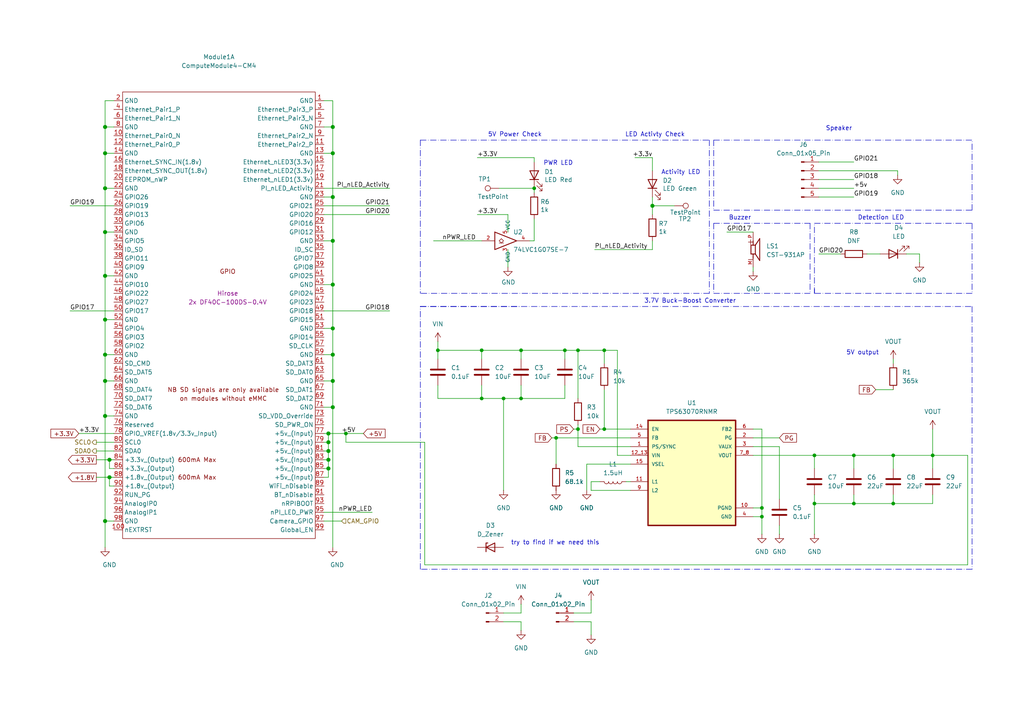
<source format=kicad_sch>
(kicad_sch (version 20231120) (generator "eeschema") (generator_version "8.0")
  (paper "A4")
  (title_block (title "Raspberry Pi Compute Module 4 AeroGuard") (date "2020-10-31") (rev "v01") (comment 4 "Author: Narain Vazquez"))
  (lib_symbols
    (symbol "CM4IO:74LVC1G07_copy"
      (property "Reference" "U" (at -2.54 3.81 0))
      (property "Value" "74LVC1G07_copy" (at 0 -3.81 0))
      (symbol "74LVC1G07_copy_1_1"
        (pin input line (at -7.62 0 0) (length 3.81) (name "~") (number "2"))
        (pin power_in line (at 0 -2.54 270) (length 0) (name "GND") (number "3"))
        (pin open_collector line (at 6.35 0 180) (length 3.81) (name "~") (number "4"))
        (pin power_in line (at 0 2.54 90) (length 0) (name "VCC") (number "5"))
      )
    )
    (symbol "CM4IO:ComputeModule4-CM4"
      (property "Reference" "Module" (at 113.03 -68.58 0))
      (property "Value" "ComputeModule4-CM4" (at 140.97 2.54 0))
      (property "Manufacturer" "Hirose" (at 0 0 0))
      (property "MPN" "2x DF40C-100DS-0.4V" (at 0 -2.54 0))
      (property "MPN (Alt)" "2x DF40HC(3.0)-100DS-0.4V" (at 0 0 0))
      (symbol "ComputeModule4-CM4_1_0"
        (text "GPIO" (at 0 6.35 0) (effects (font (size 1.27 1.27))))
      )
      (symbol "ComputeModule4-CM4_1_1"
        (text "600mA Max" (at -8.89 -53.34 0) (effects (font (size 1.27 1.27))))
        (text "600mA Max" (at -8.89 -48.26 0) (effects (font (size 1.27 1.27))))
        (text "NB SD signals are only available" (at -1.27 -27.94 0) (effects (font (size 1.27 1.27))))
        (text "on modules without eMMC" (at -1.27 -30.48 0) (effects (font (size 1.27 1.27))))
        (pin power_in line (at 27.94 55.88 180) (length 2.54) (name "GND") (number "1"))
        (pin passive line (at -33.02 45.72 0) (length 2.54) (name "Ethernet_Pair0_N") (number "10"))
        (pin output line (at -33.02 -68.58 0) (length 2.54) (name "nEXTRST") (number "100"))
        (pin passive line (at 27.94 43.18 180) (length 2.54) (name "Ethernet_Pair2_P") (number "11"))
        (pin passive line (at -33.02 43.18 0) (length 2.54) (name "Ethernet_Pair0_P") (number "12"))
        (pin power_in line (at 27.94 40.64 180) (length 2.54) (name "GND") (number "13"))
        (pin power_in line (at -33.02 40.64 0) (length 2.54) (name "GND") (number "14"))
        (pin output line (at 27.94 38.1 180) (length 2.54) (name "Ethernet_nLED3(3.3v)") (number "15"))
        (pin input line (at -33.02 38.1 0) (length 2.54) (name "Ethernet_SYNC_IN(1.8v)") (number "16"))
        (pin output line (at 27.94 35.56 180) (length 2.54) (name "Ethernet_nLED2(3.3v)") (number "17"))
        (pin input line (at -33.02 35.56 0) (length 2.54) (name "Ethernet_SYNC_OUT(1.8v)") (number "18"))
        (pin output line (at 27.94 33.02 180) (length 2.54) (name "Ethernet_nLED1(3.3v)") (number "19"))
        (pin power_in line (at -33.02 55.88 0) (length 2.54) (name "GND") (number "2"))
        (pin passive line (at -33.02 33.02 0) (length 2.54) (name "EEPROM_nWP") (number "20"))
        (pin open_collector line (at 27.94 30.48 180) (length 2.54) (name "PI_nLED_Activity") (number "21"))
        (pin power_in line (at -33.02 30.48 0) (length 2.54) (name "GND") (number "22"))
        (pin power_in line (at 27.94 27.94 180) (length 2.54) (name "GND") (number "23"))
        (pin passive line (at -33.02 27.94 0) (length 2.54) (name "GPIO26") (number "24"))
        (pin passive line (at 27.94 25.4 180) (length 2.54) (name "GPIO21") (number "25"))
        (pin passive line (at -33.02 25.4 0) (length 2.54) (name "GPIO19") (number "26"))
        (pin passive line (at 27.94 22.86 180) (length 2.54) (name "GPIO20") (number "27"))
        (pin passive line (at -33.02 22.86 0) (length 2.54) (name "GPIO13") (number "28"))
        (pin passive line (at 27.94 20.32 180) (length 2.54) (name "GPIO16") (number "29"))
        (pin passive line (at 27.94 53.34 180) (length 2.54) (name "Ethernet_Pair3_P") (number "3"))
        (pin passive line (at -33.02 20.32 0) (length 2.54) (name "GPIO6") (number "30"))
        (pin passive line (at 27.94 17.78 180) (length 2.54) (name "GPIO12") (number "31"))
        (pin power_in line (at -33.02 17.78 0) (length 2.54) (name "GND") (number "32"))
        (pin power_in line (at 27.94 15.24 180) (length 2.54) (name "GND") (number "33"))
        (pin passive line (at -33.02 15.24 0) (length 2.54) (name "GPIO5") (number "34"))
        (pin passive line (at 27.94 12.7 180) (length 2.54) (name "ID_SC") (number "35"))
        (pin passive line (at -33.02 12.7 0) (length 2.54) (name "ID_SD") (number "36"))
        (pin passive line (at 27.94 10.16 180) (length 2.54) (name "GPIO7") (number "37"))
        (pin passive line (at -33.02 10.16 0) (length 2.54) (name "GPIO11") (number "38"))
        (pin passive line (at 27.94 7.62 180) (length 2.54) (name "GPIO8") (number "39"))
        (pin passive line (at -33.02 53.34 0) (length 2.54) (name "Ethernet_Pair1_P") (number "4"))
        (pin passive line (at -33.02 7.62 0) (length 2.54) (name "GPIO9") (number "40"))
        (pin passive line (at 27.94 5.08 180) (length 2.54) (name "GPIO25") (number "41"))
        (pin power_in line (at -33.02 5.08 0) (length 2.54) (name "GND") (number "42"))
        (pin power_in line (at 27.94 2.54 180) (length 2.54) (name "GND") (number "43"))
        (pin passive line (at -33.02 2.54 0) (length 2.54) (name "GPIO10") (number "44"))
        (pin passive line (at 27.94 0 180) (length 2.54) (name "GPIO24") (number "45"))
        (pin passive line (at -33.02 0 0) (length 2.54) (name "GPIO22") (number "46"))
        (pin passive line (at 27.94 -2.54 180) (length 2.54) (name "GPIO23") (number "47"))
        (pin passive line (at -33.02 -2.54 0) (length 2.54) (name "GPIO27") (number "48"))
        (pin passive line (at 27.94 -5.08 180) (length 2.54) (name "GPIO18") (number "49"))
        (pin passive line (at 27.94 50.8 180) (length 2.54) (name "Ethernet_Pair3_N") (number "5"))
        (pin passive line (at -33.02 -5.08 0) (length 2.54) (name "GPIO17") (number "50"))
        (pin passive line (at 27.94 -7.62 180) (length 2.54) (name "GPIO15") (number "51"))
        (pin power_in line (at -33.02 -7.62 0) (length 2.54) (name "GND") (number "52"))
        (pin power_in line (at 27.94 -10.16 180) (length 2.54) (name "GND") (number "53"))
        (pin passive line (at -33.02 -10.16 0) (length 2.54) (name "GPIO4") (number "54"))
        (pin passive line (at 27.94 -12.7 180) (length 2.54) (name "GPIO14") (number "55"))
        (pin passive line (at -33.02 -12.7 0) (length 2.54) (name "GPIO3") (number "56"))
        (pin passive line (at 27.94 -15.24 180) (length 2.54) (name "SD_CLK") (number "57"))
        (pin passive line (at -33.02 -15.24 0) (length 2.54) (name "GPIO2") (number "58"))
        (pin power_in line (at 27.94 -17.78 180) (length 2.54) (name "GND") (number "59"))
        (pin passive line (at -33.02 50.8 0) (length 2.54) (name "Ethernet_Pair1_N") (number "6"))
        (pin power_in line (at -33.02 -17.78 0) (length 2.54) (name "GND") (number "60"))
        (pin passive line (at 27.94 -20.32 180) (length 2.54) (name "SD_DAT3") (number "61"))
        (pin passive line (at -33.02 -20.32 0) (length 2.54) (name "SD_CMD") (number "62"))
        (pin passive line (at 27.94 -22.86 180) (length 2.54) (name "SD_DAT0") (number "63"))
        (pin passive line (at -33.02 -22.86 0) (length 2.54) (name "SD_DAT5") (number "64"))
        (pin power_in line (at 27.94 -25.4 180) (length 2.54) (name "GND") (number "65"))
        (pin power_in line (at -33.02 -25.4 0) (length 2.54) (name "GND") (number "66"))
        (pin passive line (at 27.94 -27.94 180) (length 2.54) (name "SD_DAT1") (number "67"))
        (pin passive line (at -33.02 -27.94 0) (length 2.54) (name "SD_DAT4") (number "68"))
        (pin passive line (at 27.94 -30.48 180) (length 2.54) (name "SD_DAT2") (number "69"))
        (pin power_in line (at 27.94 48.26 180) (length 2.54) (name "GND") (number "7"))
        (pin passive line (at -33.02 -30.48 0) (length 2.54) (name "SD_DAT7") (number "70"))
        (pin power_in line (at 27.94 -33.02 180) (length 2.54) (name "GND") (number "71"))
        (pin passive line (at -33.02 -33.02 0) (length 2.54) (name "SD_DAT6") (number "72"))
        (pin input line (at 27.94 -35.56 180) (length 2.54) (name "SD_VDD_Override") (number "73"))
        (pin power_in line (at -33.02 -35.56 0) (length 2.54) (name "GND") (number "74"))
        (pin output line (at 27.94 -38.1 180) (length 2.54) (name "SD_PWR_ON") (number "75"))
        (pin passive line (at -33.02 -38.1 0) (length 2.54) (name "Reserved") (number "76"))
        (pin power_in line (at 27.94 -40.64 180) (length 2.54) (name "+5v_(Input)") (number "77"))
        (pin power_in line (at -33.02 -40.64 0) (length 2.54) (name "GPIO_VREF(1.8v/3.3v_Input)") (number "78"))
        (pin power_in line (at 27.94 -43.18 180) (length 2.54) (name "+5v_(Input)") (number "79"))
        (pin power_in line (at -33.02 48.26 0) (length 2.54) (name "GND") (number "8"))
        (pin passive line (at -33.02 -43.18 0) (length 2.54) (name "SCL0") (number "80"))
        (pin power_in line (at 27.94 -45.72 180) (length 2.54) (name "+5v_(Input)") (number "81"))
        (pin passive line (at -33.02 -45.72 0) (length 2.54) (name "SDA0") (number "82"))
        (pin power_in line (at 27.94 -48.26 180) (length 2.54) (name "+5v_(Input)") (number "83"))
        (pin power_out line (at -33.02 -48.26 0) (length 2.54) (name "+3.3v_(Output)") (number "84"))
        (pin power_in line (at 27.94 -50.8 180) (length 2.54) (name "+5v_(Input)") (number "85"))
        (pin power_out line (at -33.02 -50.8 0) (length 2.54) (name "+3.3v_(Output)") (number "86"))
        (pin power_in line (at 27.94 -53.34 180) (length 2.54) (name "+5v_(Input)") (number "87"))
        (pin power_out line (at -33.02 -53.34 0) (length 2.54) (name "+1.8v_(Output)") (number "88"))
        (pin power_in line (at 27.94 -55.88 180) (length 2.54) (name "WiFi_nDisable") (number "89"))
        (pin passive line (at 27.94 45.72 180) (length 2.54) (name "Ethernet_Pair2_N") (number "9"))
        (pin power_out line (at -33.02 -55.88 0) (length 2.54) (name "+1.8v_(Output)") (number "90"))
        (pin power_in line (at 27.94 -58.42 180) (length 2.54) (name "BT_nDisable") (number "91"))
        (pin passive line (at -33.02 -58.42 0) (length 2.54) (name "RUN_PG") (number "92"))
        (pin input line (at 27.94 -60.96 180) (length 2.54) (name "nRPIBOOT") (number "93"))
        (pin passive line (at -33.02 -60.96 0) (length 2.54) (name "AnalogIP0") (number "94"))
        (pin output line (at 27.94 -63.5 180) (length 2.54) (name "nPI_LED_PWR") (number "95"))
        (pin passive line (at -33.02 -63.5 0) (length 2.54) (name "AnalogIP1") (number "96"))
        (pin passive line (at 27.94 -66.04 180) (length 2.54) (name "Camera_GPIO") (number "97"))
        (pin power_in line (at -33.02 -66.04 0) (length 2.54) (name "GND") (number "98"))
        (pin input line (at 27.94 -68.58 180) (length 2.54) (name "Global_EN") (number "99"))
      )
      (symbol "ComputeModule4-CM4_2_1"
        (text "High Speed Serial" (at 140.97 0 0) (effects (font (size 1.27 1.27))))
        (pin input line (at 170.18 60.96 180) (length 5.08) (name "USB_OTG_ID") (number "101"))
        (pin input line (at 109.22 60.96 0) (length 5.08) (name "PCIe_CLK_nREQ") (number "102"))
        (pin passive line (at 170.18 58.42 180) (length 5.08) (name "USB2_N") (number "103"))
        (pin passive line (at 109.22 58.42 0) (length 5.08) (name "Reserved") (number "104"))
        (pin passive line (at 170.18 55.88 180) (length 5.08) (name "USB2_P") (number "105"))
        (pin passive line (at 109.22 55.88 0) (length 5.08) (name "Reserved") (number "106"))
        (pin power_in line (at 170.18 53.34 180) (length 5.08) (name "GND") (number "107"))
        (pin power_in line (at 109.22 53.34 0) (length 5.08) (name "GND") (number "108"))
        (pin bidirectional line (at 170.18 50.8 180) (length 5.08) (name "PCIe_nRST") (number "109"))
        (pin output line (at 109.22 50.8 0) (length 5.08) (name "PCIe_CLK_P") (number "110"))
        (pin passive line (at 170.18 48.26 180) (length 5.08) (name "VDAC_COMP") (number "111"))
        (pin output line (at 109.22 48.26 0) (length 5.08) (name "PCIe_CLK_N") (number "112"))
        (pin power_in line (at 170.18 45.72 180) (length 5.08) (name "GND") (number "113"))
        (pin power_in line (at 109.22 45.72 0) (length 5.08) (name "GND") (number "114"))
        (pin input line (at 170.18 43.18 180) (length 5.08) (name "CAM1_D0_N") (number "115"))
        (pin input line (at 109.22 43.18 0) (length 5.08) (name "PCIe_RX_P") (number "116"))
        (pin input line (at 170.18 40.64 180) (length 5.08) (name "CAM1_D0_P") (number "117"))
        (pin input line (at 109.22 40.64 0) (length 5.08) (name "PCIe_RX_N") (number "118"))
        (pin power_in line (at 170.18 38.1 180) (length 5.08) (name "GND") (number "119"))
        (pin power_in line (at 109.22 38.1 0) (length 5.08) (name "GND") (number "120"))
        (pin input line (at 170.18 35.56 180) (length 5.08) (name "CAM1_D1_N") (number "121"))
        (pin output line (at 109.22 35.56 0) (length 5.08) (name "PCIe_TX_P") (number "122"))
        (pin input line (at 170.18 33.02 180) (length 5.08) (name "CAM1_D1_P") (number "123"))
        (pin output line (at 109.22 33.02 0) (length 5.08) (name "PCIe_TX_N") (number "124"))
        (pin power_in line (at 170.18 30.48 180) (length 5.08) (name "GND") (number "125"))
        (pin power_in line (at 109.22 30.48 0) (length 5.08) (name "GND") (number "126"))
        (pin input line (at 170.18 27.94 180) (length 5.08) (name "CAM1_C_N") (number "127"))
        (pin input line (at 109.22 27.94 0) (length 5.08) (name "CAM0_D0_N") (number "128"))
        (pin input line (at 170.18 25.4 180) (length 5.08) (name "CAM1_C_P") (number "129"))
        (pin input line (at 109.22 25.4 0) (length 5.08) (name "CAM0_D0_P") (number "130"))
        (pin power_in line (at 170.18 22.86 180) (length 5.08) (name "GND") (number "131"))
        (pin power_in line (at 109.22 22.86 0) (length 5.08) (name "GND") (number "132"))
        (pin input line (at 170.18 20.32 180) (length 5.08) (name "CAM1_D2_N") (number "133"))
        (pin input line (at 109.22 20.32 0) (length 5.08) (name "CAM0_D1_N") (number "134"))
        (pin input line (at 170.18 17.78 180) (length 5.08) (name "CAM1_D2_P") (number "135"))
        (pin input line (at 109.22 17.78 0) (length 5.08) (name "CAM0_D1_P") (number "136"))
        (pin power_in line (at 170.18 15.24 180) (length 5.08) (name "GND") (number "137"))
        (pin power_in line (at 109.22 15.24 0) (length 5.08) (name "GND") (number "138"))
        (pin input line (at 170.18 12.7 180) (length 5.08) (name "CAM1_D3_N") (number "139"))
        (pin input line (at 109.22 12.7 0) (length 5.08) (name "CAM0_C_N") (number "140"))
        (pin input line (at 170.18 10.16 180) (length 5.08) (name "CAM1_D3_P") (number "141"))
        (pin input line (at 109.22 10.16 0) (length 5.08) (name "CAM0_C_P") (number "142"))
        (pin input line (at 170.18 7.62 180) (length 5.08) (name "HDMI1_HOTPLUG") (number "143"))
        (pin power_in line (at 109.22 7.62 0) (length 5.08) (name "GND") (number "144"))
        (pin bidirectional line (at 170.18 5.08 180) (length 5.08) (name "HDMI1_SDA") (number "145"))
        (pin output line (at 109.22 5.08 0) (length 5.08) (name "HDMI1_TX2_P") (number "146"))
        (pin open_collector line (at 170.18 2.54 180) (length 5.08) (name "HDMI1_SCL") (number "147"))
        (pin output line (at 109.22 2.54 0) (length 5.08) (name "HDMI1_TX2_N") (number "148"))
        (pin open_collector line (at 170.18 0 180) (length 5.08) (name "HDMI1_CEC") (number "149"))
        (pin power_in line (at 109.22 0 0) (length 5.08) (name "GND") (number "150"))
        (pin open_collector line (at 170.18 -2.54 180) (length 5.08) (name "HDMI0_CEC") (number "151"))
        (pin output line (at 109.22 -2.54 0) (length 5.08) (name "HDMI1_TX1_P") (number "152"))
        (pin input line (at 170.18 -5.08 180) (length 5.08) (name "HDMI0_HOTPLUG") (number "153"))
        (pin output line (at 109.22 -5.08 0) (length 5.08) (name "HDMI1_TX1_N") (number "154"))
        (pin power_in line (at 170.18 -7.62 180) (length 5.08) (name "GND") (number "155"))
        (pin power_in line (at 109.22 -7.62 0) (length 5.08) (name "GND") (number "156"))
        (pin output line (at 170.18 -10.16 180) (length 5.08) (name "DSI0_D0_N") (number "157"))
        (pin output line (at 109.22 -10.16 0) (length 5.08) (name "HDMI1_TX0_P") (number "158"))
        (pin output line (at 170.18 -12.7 180) (length 5.08) (name "DSI0_D0_P") (number "159"))
        (pin output line (at 109.22 -12.7 0) (length 5.08) (name "HDMI1_TX0_N") (number "160"))
        (pin power_in line (at 170.18 -15.24 180) (length 5.08) (name "GND") (number "161"))
        (pin power_in line (at 109.22 -15.24 0) (length 5.08) (name "GND") (number "162"))
        (pin output line (at 170.18 -17.78 180) (length 5.08) (name "DSI0_D1_N") (number "163"))
        (pin output line (at 109.22 -17.78 0) (length 5.08) (name "HDMI1_CLK_P") (number "164"))
        (pin output line (at 170.18 -20.32 180) (length 5.08) (name "DSI0_D1_P") (number "165"))
        (pin output line (at 109.22 -20.32 0) (length 5.08) (name "HDMI1_CLK_N") (number "166"))
        (pin power_in line (at 170.18 -22.86 180) (length 5.08) (name "GND") (number "167"))
        (pin power_in line (at 109.22 -22.86 0) (length 5.08) (name "GND") (number "168"))
        (pin output line (at 170.18 -25.4 180) (length 5.08) (name "DSI0_C_N") (number "169"))
        (pin output line (at 109.22 -25.4 0) (length 5.08) (name "HDMI0_TX2_P") (number "170"))
        (pin output line (at 170.18 -27.94 180) (length 5.08) (name "DSI0_C_P") (number "171"))
        (pin output line (at 109.22 -27.94 0) (length 5.08) (name "HDMI0_TX2_N") (number "172"))
        (pin power_in line (at 170.18 -30.48 180) (length 5.08) (name "GND") (number "173"))
        (pin power_in line (at 109.22 -30.48 0) (length 5.08) (name "GND") (number "174"))
        (pin output line (at 170.18 -33.02 180) (length 5.08) (name "DSI1_D0_N") (number "175"))
        (pin output line (at 109.22 -33.02 0) (length 5.08) (name "HDMI0_TX1_P") (number "176"))
        (pin output line (at 170.18 -35.56 180) (length 5.08) (name "DSI1_D0_P") (number "177"))
        (pin output line (at 109.22 -35.56 0) (length 5.08) (name "HDMI0_TX1_N") (number "178"))
        (pin power_in line (at 170.18 -38.1 180) (length 5.08) (name "GND") (number "179"))
        (pin power_in line (at 109.22 -38.1 0) (length 5.08) (name "GND") (number "180"))
        (pin output line (at 170.18 -40.64 180) (length 5.08) (name "DSI1_D1_N") (number "181"))
        (pin output line (at 109.22 -40.64 0) (length 5.08) (name "HDMI0_TX0_P") (number "182"))
        (pin output line (at 170.18 -43.18 180) (length 5.08) (name "DSI1_D1_P") (number "183"))
        (pin output line (at 109.22 -43.18 0) (length 5.08) (name "HDMI0_TX0_N") (number "184"))
        (pin power_in line (at 170.18 -45.72 180) (length 5.08) (name "GND") (number "185"))
        (pin power_in line (at 109.22 -45.72 0) (length 5.08) (name "GND") (number "186"))
        (pin output line (at 170.18 -48.26 180) (length 5.08) (name "DSI1_C_N") (number "187"))
        (pin output line (at 109.22 -48.26 0) (length 5.08) (name "HDMI0_CLK_P") (number "188"))
        (pin output line (at 170.18 -50.8 180) (length 5.08) (name "DSI1_C_P") (number "189"))
        (pin output line (at 109.22 -50.8 0) (length 5.08) (name "HDMI0_CLK_N") (number "190"))
        (pin power_in line (at 170.18 -53.34 180) (length 5.08) (name "GND") (number "191"))
        (pin power_in line (at 109.22 -53.34 0) (length 5.08) (name "GND") (number "192"))
        (pin output line (at 170.18 -55.88 180) (length 5.08) (name "DSI1_D2_N") (number "193"))
        (pin output line (at 109.22 -55.88 0) (length 5.08) (name "DSI1_D3_N") (number "194"))
        (pin output line (at 170.18 -58.42 180) (length 5.08) (name "DSI1_D2_P") (number "195"))
        (pin output line (at 109.22 -58.42 0) (length 5.08) (name "DSI1_D3_P") (number "196"))
        (pin power_in line (at 170.18 -60.96 180) (length 5.08) (name "GND") (number "197"))
        (pin power_in line (at 109.22 -60.96 0) (length 5.08) (name "GND") (number "198"))
        (pin bidirectional line (at 170.18 -63.5 180) (length 5.08) (name "HDMI0_SDA") (number "199"))
        (pin open_collector line (at 109.22 -63.5 0) (length 5.08) (name "HDMI0_SCL") (number "200"))
      )
    )
    (symbol "CST-931AP:CST-931AP" (pin_names (offset 1.016))
      (property "Reference" "LS" (at -3.8191 8.9113 0))
      (property "Value" "CST-931AP" (at -3.8215 -11.4646 0))
      (symbol "CST-931AP_0_0"
        (text "+" (at -1.9113 1.2742 0) (effects (font (size 1.7839 1.7839)) (justify left bottom)))
        (text "-" (at -1.9113 -3.8143 0) (effects (font (size 1.7839 1.7839)) (justify left bottom)))
        (pin passive line (at 0 -5.08 90) (length 2.54) (name "~") (number "M"))
        (pin passive line (at 0 5.08 270) (length 2.54) (name "~") (number "P"))
      )
    )
    (symbol "Connector:Conn_01x02_Pin" (pin_names (offset 1.016) hide)
      (property "Reference" "J" (at 0 2.54 0))
      (property "Value" "Conn_01x02_Pin" (at 0 -5.08 0))
      (symbol "Conn_01x02_Pin_1_1"
        (pin passive line (at 5.08 0 180) (length 3.81) (name "Pin_1") (number "1"))
        (pin passive line (at 5.08 -2.54 180) (length 3.81) (name "Pin_2") (number "2"))
      )
    )
    (symbol "Connector:Conn_01x05_Pin" (pin_names (offset 1.016) hide)
      (property "Reference" "J" (at 0 7.62 0))
      (property "Value" "Conn_01x05_Pin" (at 0 -7.62 0))
      (symbol "Conn_01x05_Pin_1_1"
        (pin passive line (at 5.08 5.08 180) (length 3.81) (name "Pin_1") (number "1"))
        (pin passive line (at 5.08 2.54 180) (length 3.81) (name "Pin_2") (number "2"))
        (pin passive line (at 5.08 0 180) (length 3.81) (name "Pin_3") (number "3"))
        (pin passive line (at 5.08 -2.54 180) (length 3.81) (name "Pin_4") (number "4"))
        (pin passive line (at 5.08 -5.08 180) (length 3.81) (name "Pin_5") (number "5"))
      )
    )
    (symbol "Connector:TestPoint" (pin_numbers hide) (pin_names (offset 0.762) hide)
      (property "Reference" "TP" (at 0 6.858 0))
      (property "Value" "TestPoint" (at 0 5.08 0))
      (symbol "TestPoint_1_1"
        (pin passive line (at 0 0 90) (length 2.54) (name "1") (number "1"))
      )
    )
    (symbol "Device:C" (pin_numbers hide) (pin_names (offset 0.254))
      (property "Reference" "C" (at 0.635 2.54 0))
      (property "Value" "C" (at 0.635 -2.54 0))
      (symbol "C_1_1"
        (pin passive line (at 0 3.81 270) (length 2.794) (name "~") (number "1"))
        (pin passive line (at 0 -3.81 90) (length 2.794) (name "~") (number "2"))
      )
    )
    (symbol "Device:D_Zener" (pin_numbers hide) (pin_names (offset 1.016) hide)
      (property "Reference" "D" (at 0 2.54 0))
      (property "Value" "D_Zener" (at 0 -2.54 0))
      (symbol "D_Zener_1_1"
        (pin passive line (at -3.81 0 0) (length 2.54) (name "K") (number "1"))
        (pin passive line (at 3.81 0 180) (length 2.54) (name "A") (number "2"))
      )
    )
    (symbol "Device:L" (pin_numbers hide) (pin_names (offset 1.016) hide)
      (property "Reference" "L" (at -1.27 0 90))
      (property "Value" "L" (at 1.905 0 90))
      (symbol "L_1_1"
        (pin passive line (at 0 3.81 270) (length 1.27) (name "1") (number "1"))
        (pin passive line (at 0 -3.81 90) (length 1.27) (name "2") (number "2"))
      )
    )
    (symbol "Device:LED" (pin_numbers hide) (pin_names hide)
      (property "Reference" "D" (at 0 2.54 0))
      (property "Value" "LED" (at 0 -2.54 0))
      (symbol "LED_1_1"
        (pin passive line (at -3.81 0 0) (length 2.54) (name "K") (number "1"))
        (pin passive line (at 3.81 0 180) (length 2.54) (name "A") (number "2"))
      )
    )
    (symbol "Device:R" (pin_numbers hide) (pin_names (offset 0))
      (property "Reference" "R" (at 2.032 0 90))
      (property "Value" "R" (at 0 0 90))
      (symbol "R_1_1"
        (pin passive line (at 0 3.81 270) (length 1.27) (name "~") (number "1"))
        (pin passive line (at 0 -3.81 90) (length 1.27) (name "~") (number "2"))
      )
    )
    (symbol "GND_1" (power) (pin_numbers hide) (pin_names (offset 0) hide)
      (property "Value" "GND" (at 0 -3.81 0))
      (symbol "GND_1_1_1"
        (pin power_in line (at 0 0 270) (length 0) (name "~") (number "1"))
      )
    )
    (symbol "GND_2" (power) (pin_numbers hide) (pin_names (offset 0) hide)
      (property "Value" "GND" (at 0 -3.81 0))
      (symbol "GND_2_1_1"
        (pin power_in line (at 0 0 270) (length 0) (name "~") (number "1"))
      )
    )
    (symbol "LED_1" (pin_numbers hide) (pin_names (offset 1.016) hide)
      (property "Reference" "D" (at 0 2.54 0))
      (property "Value" "LED" (at 0 -2.54 0))
      (symbol "LED_1_1_1"
        (pin passive line (at -3.81 0 0) (length 2.54) (name "K") (number "1"))
        (pin passive line (at 3.81 0 180) (length 2.54) (name "A") (number "2"))
      )
    )
    (symbol "buckboost:TPS63070RNMR" (pin_names (offset 1.016))
      (property "Reference" "U" (at -12.7 16.24 0))
      (property "Value" "TPS63070RNMR" (at -12.7 -19.24 0))
      (symbol "TPS63070RNMR_0_0"
        (pin input line (at -17.78 7.62 0) (length 5.08) (name "PS/SYNC") (number "1"))
        (pin power_in line (at 17.78 -10.16 180) (length 5.08) (name "PGND") (number "10"))
        (pin bidirectional line (at -17.78 -2.54 0) (length 5.08) (name "L1") (number "11"))
        (pin input line (at -17.78 5.08 0) (length 5.08) (name "VIN") (number "12_13"))
        (pin input line (at -17.78 12.7 0) (length 5.08) (name "EN") (number "14"))
        (pin input line (at -17.78 2.54 0) (length 5.08) (name "VSEL") (number "15"))
        (pin output line (at 17.78 10.16 180) (length 5.08) (name "PG") (number "2"))
        (pin output line (at 17.78 7.62 180) (length 5.08) (name "VAUX") (number "3"))
        (pin power_in line (at 17.78 -12.7 180) (length 5.08) (name "GND") (number "4"))
        (pin input line (at -17.78 10.16 0) (length 5.08) (name "FB") (number "5"))
        (pin output line (at 17.78 12.7 180) (length 5.08) (name "FB2") (number "6"))
        (pin output line (at 17.78 5.08 180) (length 5.08) (name "VOUT") (number "7_8"))
        (pin bidirectional line (at -17.78 -5.08 0) (length 5.08) (name "L2") (number "9"))
      )
    )
    (symbol "power:GND" (power) (pin_names (offset 0))
      (property "Value" "GND" (at 0 -3.81 0))
      (symbol "GND_1_1"
        (pin power_in line (at 0 0 270) (length 0) hide (name "GND") (number "1"))
      )
    )
    (symbol "power:VDD" (power) (pin_numbers hide) (pin_names (offset 0) hide)
      (property "Value" "VDD" (at 0 3.556 0))
      (symbol "VDD_1_1"
        (pin power_in line (at 0 0 90) (length 0) (name "~") (number "1"))
      )
    )
  )
  (junction (at 95.25 125.73) (diameter 1.016))
  (junction (at 270.51 132.08))
  (junction (at 30.48 92.71) (diameter 1.016))
  (junction (at 95.25 128.27) (diameter 1.016))
  (junction (at 189.23 59.69) (diameter 1.016))
  (junction (at 139.7 101.6))
  (junction (at 167.64 101.6))
  (junction (at 139.7 115.57))
  (junction (at 96.52 118.11) (diameter 1.016))
  (junction (at 30.48 120.65) (diameter 1.016))
  (junction (at 161.29 127))
  (junction (at 30.48 80.01) (diameter 1.016))
  (junction (at 175.26 124.46))
  (junction (at 30.48 44.45) (diameter 1.016))
  (junction (at 151.13 115.57))
  (junction (at 151.13 101.6))
  (junction (at 30.48 54.61) (diameter 1.016))
  (junction (at 96.52 82.55) (diameter 1.016))
  (junction (at 95.25 135.89) (diameter 1.016))
  (junction (at 96.52 110.49) (diameter 1.016))
  (junction (at 167.64 124.46))
  (junction (at 146.05 115.57))
  (junction (at 96.52 36.83) (diameter 1.016))
  (junction (at 31.75 133.35) (diameter 1.016))
  (junction (at 31.75 138.43) (diameter 1.016))
  (junction (at 220.98 147.32))
  (junction (at 30.48 67.31) (diameter 1.016))
  (junction (at 95.25 130.81) (diameter 1.016))
  (junction (at 30.48 36.83) (diameter 1.016))
  (junction (at 259.08 146.05))
  (junction (at 30.48 151.13) (diameter 1.016))
  (junction (at 100.33 125.73))
  (junction (at 220.98 149.86))
  (junction (at 247.65 146.05))
  (junction (at 96.52 69.85) (diameter 1.016))
  (junction (at 236.22 132.08))
  (junction (at 154.94 54.61))
  (junction (at 127 101.6))
  (junction (at 247.65 132.08))
  (junction (at 96.52 95.25) (diameter 1.016))
  (junction (at 96.52 57.15) (diameter 1.016))
  (junction (at 95.25 133.35) (diameter 1.016))
  (junction (at 259.08 132.08))
  (junction (at 175.26 101.6))
  (junction (at 30.48 110.49) (diameter 1.016))
  (junction (at 96.52 102.87) (diameter 1.016))
  (junction (at 30.48 102.87) (diameter 1.016))
  (junction (at 163.83 101.6))
  (junction (at 96.52 44.45) (diameter 1.016))
  (junction (at 236.22 146.05))
  (wire (pts (xy 167.64 129.54) (xy 182.88 129.54)))
  (wire (pts (xy 218.44 147.32) (xy 220.98 147.32)))
  (wire (pts (xy 247.65 146.05) (xy 259.08 146.05)))
  (wire (pts (xy 236.22 146.05) (xy 247.65 146.05)))
  (polyline (pts (xy 121.92 165.1) (xy 121.92 88.9)) (stroke (width 0) (type dash_dot)))
  (polyline (pts (xy 207.01 40.64) (xy 207.01 60.96)) (stroke (width 0) (type dash_dot)))
  (polyline (pts (xy 236.22 64.77) (xy 281.94 64.77)) (stroke (width 0) (type dash_dot)))
  (wire (pts (xy 146.05 115.57) (xy 146.05 142.24)))
  (wire (pts (xy 96.52 29.21) (xy 96.52 36.83)))
  (wire (pts (xy 154.94 63.5) (xy 154.94 69.85)))
  (wire (pts (xy 96.52 36.83) (xy 96.52 44.45)))
  (wire (pts (xy 167.64 101.6) (xy 175.26 101.6)))
  (wire (pts (xy 20.32 59.69) (xy 33.02 59.69)))
  (wire (pts (xy 30.48 80.01) (xy 33.02 80.01)))
  (wire (pts (xy 236.22 135.89) (xy 236.22 132.08)))
  (wire (pts (xy 30.48 44.45) (xy 30.48 54.61)))
  (wire (pts (xy 147.32 72.39) (xy 147.32 77.47)))
  (polyline (pts (xy 121.92 40.64) (xy 121.92 85.09)) (stroke (width 0) (type dash_dot)))
  (polyline (pts (xy 207.01 64.77) (xy 207.01 85.09)) (stroke (width 0) (type dash_dot)))
  (wire (pts (xy 93.98 95.25) (xy 96.52 95.25)))
  (wire (pts (xy 171.45 142.24) (xy 182.88 142.24)))
  (wire (pts (xy 93.98 62.23) (xy 113.03 62.23)))
  (wire (pts (xy 151.13 111.76) (xy 151.13 115.57)))
  (wire (pts (xy 236.22 143.51) (xy 236.22 146.05)))
  (polyline (pts (xy 121.92 88.9) (xy 151.13 88.9)) (stroke (width 0) (type dash_dot)))
  (wire (pts (xy 144.78 54.61) (xy 154.94 54.61)))
  (wire (pts (xy 27.94 128.27) (xy 33.02 128.27)))
  (wire (pts (xy 259.08 132.08) (xy 270.51 132.08)))
  (wire (pts (xy 93.98 148.59) (xy 107.95 148.59)))
  (wire (pts (xy 96.52 95.25) (xy 96.52 102.87)))
  (wire (pts (xy 270.51 124.46) (xy 270.51 132.08)))
  (wire (pts (xy 96.52 118.11) (xy 96.52 158.75)))
  (wire (pts (xy 151.13 101.6) (xy 163.83 101.6)))
  (wire (pts (xy 189.23 62.23) (xy 189.23 59.69)))
  (wire (pts (xy 175.26 124.46) (xy 175.26 113.03)))
  (polyline (pts (xy 236.22 83.82) (xy 236.22 85.09)) (stroke (width 0) (type dash_dot)))
  (polyline (pts (xy 121.92 40.64) (xy 205.74 40.64)) (stroke (width 0) (type dash_dot)))
  (wire (pts (xy 166.37 124.46) (xy 167.64 124.46)))
  (wire (pts (xy 96.52 82.55) (xy 96.52 95.25)))
  (wire (pts (xy 93.98 110.49) (xy 96.52 110.49)))
  (wire (pts (xy 139.7 111.76) (xy 139.7 115.57)))
  (wire (pts (xy 166.37 180.34) (xy 171.45 180.34)))
  (wire (pts (xy 93.98 130.81) (xy 95.25 130.81)))
  (wire (pts (xy 154.94 54.61) (xy 154.94 55.88)))
  (wire (pts (xy 96.52 110.49) (xy 96.52 118.11)))
  (wire (pts (xy 93.98 133.35) (xy 95.25 133.35)))
  (wire (pts (xy 146.05 115.57) (xy 151.13 115.57)))
  (wire (pts (xy 27.94 133.35) (xy 31.75 133.35)))
  (wire (pts (xy 127 101.6) (xy 139.7 101.6)))
  (wire (pts (xy 30.48 102.87) (xy 30.48 110.49)))
  (wire (pts (xy 30.48 110.49) (xy 33.02 110.49)))
  (wire (pts (xy 33.02 135.89) (xy 31.75 135.89)))
  (wire (pts (xy 179.07 132.08) (xy 182.88 132.08)))
  (wire (pts (xy 218.44 132.08) (xy 236.22 132.08)))
  (wire (pts (xy 171.45 177.8) (xy 171.45 173.99)))
  (wire (pts (xy 31.75 140.97) (xy 31.75 138.43)))
  (wire (pts (xy 125.73 69.85) (xy 139.7 69.85)))
  (wire (pts (xy 262.89 73.66) (xy 266.7 73.66)))
  (wire (pts (xy 30.48 120.65) (xy 33.02 120.65)))
  (wire (pts (xy 247.65 132.08) (xy 247.65 135.89)))
  (wire (pts (xy 93.98 151.13) (xy 99.06 151.13)))
  (wire (pts (xy 93.98 128.27) (xy 95.25 128.27)))
  (polyline (pts (xy 236.22 85.09) (xy 236.22 64.77)) (stroke (width 0) (type dash_dot)))
  (wire (pts (xy 95.25 125.73) (xy 100.33 125.73)))
  (wire (pts (xy 163.83 115.57) (xy 163.83 111.76)))
  (wire (pts (xy 30.48 54.61) (xy 30.48 67.31)))
  (wire (pts (xy 220.98 124.46) (xy 220.98 147.32)))
  (wire (pts (xy 30.48 102.87) (xy 33.02 102.87)))
  (wire (pts (xy 96.52 57.15) (xy 96.52 69.85)))
  (wire (pts (xy 93.98 82.55) (xy 96.52 82.55)))
  (wire (pts (xy 175.26 101.6) (xy 175.26 105.41)))
  (wire (pts (xy 151.13 180.34) (xy 151.13 182.88)))
  (wire (pts (xy 151.13 101.6) (xy 151.13 104.14)))
  (wire (pts (xy 220.98 147.32) (xy 220.98 149.86)))
  (wire (pts (xy 93.98 44.45) (xy 96.52 44.45)))
  (wire (pts (xy 151.13 175.26) (xy 151.13 177.8)))
  (wire (pts (xy 270.51 132.08) (xy 270.51 135.89)))
  (wire (pts (xy 237.49 73.66) (xy 243.84 73.66)))
  (wire (pts (xy 30.48 36.83) (xy 30.48 44.45)))
  (wire (pts (xy 160.02 127) (xy 161.29 127)))
  (wire (pts (xy 30.48 151.13) (xy 33.02 151.13)))
  (wire (pts (xy 161.29 127) (xy 182.88 127)))
  (wire (pts (xy 179.07 101.6) (xy 179.07 132.08)))
  (wire (pts (xy 189.23 72.39) (xy 189.23 69.85)))
  (wire (pts (xy 247.65 146.05) (xy 247.65 143.51)))
  (wire (pts (xy 260.35 49.53) (xy 260.35 50.8)))
  (polyline (pts (xy 281.94 88.9) (xy 281.94 165.1)) (stroke (width 0) (type dash_dot)))
  (wire (pts (xy 95.25 135.89) (xy 95.25 133.35)))
  (wire (pts (xy 33.02 29.21) (xy 30.48 29.21)))
  (wire (pts (xy 93.98 57.15) (xy 96.52 57.15)))
  (wire (pts (xy 146.05 180.34) (xy 151.13 180.34)))
  (wire (pts (xy 30.48 67.31) (xy 30.48 80.01)))
  (wire (pts (xy 237.49 49.53) (xy 260.35 49.53)))
  (wire (pts (xy 93.98 29.21) (xy 96.52 29.21)))
  (wire (pts (xy 30.48 92.71) (xy 33.02 92.71)))
  (wire (pts (xy 30.48 44.45) (xy 33.02 44.45)))
  (wire (pts (xy 93.98 36.83) (xy 96.52 36.83)))
  (wire (pts (xy 171.45 139.7) (xy 171.45 142.24)))
  (wire (pts (xy 218.44 129.54) (xy 226.06 129.54)))
  (wire (pts (xy 95.25 130.81) (xy 95.25 128.27)))
  (polyline (pts (xy 281.94 85.09) (xy 236.22 85.09)) (stroke (width 0) (type dash_dot)))
  (wire (pts (xy 30.48 151.13) (xy 30.48 158.75)))
  (wire (pts (xy 175.26 101.6) (xy 179.07 101.6)))
  (wire (pts (xy 270.51 146.05) (xy 270.51 143.51)))
  (wire (pts (xy 266.7 73.66) (xy 266.7 76.2)))
  (wire (pts (xy 127 99.06) (xy 127 101.6)))
  (wire (pts (xy 30.48 92.71) (xy 30.48 102.87)))
  (wire (pts (xy 95.25 133.35) (xy 95.25 130.81)))
  (wire (pts (xy 182.88 134.62) (xy 170.18 134.62)))
  (wire (pts (xy 30.48 120.65) (xy 30.48 151.13)))
  (wire (pts (xy 31.75 135.89) (xy 31.75 133.35)))
  (wire (pts (xy 127 115.57) (xy 139.7 115.57)))
  (wire (pts (xy 27.94 138.43) (xy 31.75 138.43)))
  (wire (pts (xy 154.94 69.85) (xy 153.67 69.85)))
  (wire (pts (xy 30.48 36.83) (xy 33.02 36.83)))
  (wire (pts (xy 147.32 67.31) (xy 147.32 62.23)))
  (wire (pts (xy 93.98 125.73) (xy 95.25 125.73)))
  (wire (pts (xy 139.7 115.57) (xy 146.05 115.57)))
  (wire (pts (xy 31.75 133.35) (xy 33.02 133.35)))
  (polyline (pts (xy 281.94 64.77) (xy 281.94 85.09)) (stroke (width 0) (type dash_dot)))
  (wire (pts (xy 237.49 57.15) (xy 247.65 57.15)))
  (wire (pts (xy 154.94 45.72) (xy 138.43 45.72)))
  (wire (pts (xy 151.13 177.8) (xy 146.05 177.8)))
  (polyline (pts (xy 207.01 60.96) (xy 281.94 60.96)) (stroke (width 0) (type dash_dot)))
  (wire (pts (xy 30.48 67.31) (xy 33.02 67.31)))
  (polyline (pts (xy 207.01 64.77) (xy 234.95 64.77)) (stroke (width 0) (type dash_dot)))
  (wire (pts (xy 93.98 90.17) (xy 113.03 90.17)))
  (polyline (pts (xy 281.94 60.96) (xy 281.94 40.64)) (stroke (width 0) (type dash_dot)))
  (polyline (pts (xy 121.92 88.9) (xy 281.94 88.9)) (stroke (width 0) (type dash_dot)))
  (wire (pts (xy 226.06 129.54) (xy 226.06 144.78)))
  (wire (pts (xy 170.18 134.62) (xy 170.18 142.24)))
  (wire (pts (xy 95.25 128.27) (xy 95.25 125.73)))
  (wire (pts (xy 93.98 54.61) (xy 113.03 54.61)))
  (wire (pts (xy 161.29 134.62) (xy 161.29 127)))
  (wire (pts (xy 218.44 124.46) (xy 220.98 124.46)))
  (wire (pts (xy 167.64 115.57) (xy 167.64 101.6)))
  (wire (pts (xy 167.64 124.46) (xy 167.64 129.54)))
  (wire (pts (xy 154.94 46.99) (xy 154.94 45.72)))
  (wire (pts (xy 218.44 77.47) (xy 218.44 78.74)))
  (wire (pts (xy 163.83 101.6) (xy 167.64 101.6)))
  (polyline (pts (xy 234.95 64.77) (xy 234.95 85.09)) (stroke (width 0) (type dash_dot)))
  (wire (pts (xy 96.52 102.87) (xy 96.52 110.49)))
  (wire (pts (xy 280.67 132.08) (xy 270.51 132.08)))
  (wire (pts (xy 259.08 146.05) (xy 259.08 143.51)))
  (wire (pts (xy 237.49 52.07) (xy 247.65 52.07)))
  (wire (pts (xy 147.32 62.23) (xy 138.43 62.23)))
  (wire (pts (xy 220.98 149.86) (xy 220.98 154.94)))
  (wire (pts (xy 189.23 59.69) (xy 189.23 57.15)))
  (wire (pts (xy 236.22 146.05) (xy 236.22 154.94)))
  (wire (pts (xy 127 111.76) (xy 127 115.57)))
  (wire (pts (xy 22.86 125.73) (xy 33.02 125.73)))
  (polyline (pts (xy 205.74 85.09) (xy 121.92 85.09)) (stroke (width 0) (type dash_dot)))
  (wire (pts (xy 171.45 139.7) (xy 173.99 139.7)))
  (wire (pts (xy 166.37 177.8) (xy 171.45 177.8)))
  (wire (pts (xy 259.08 104.14) (xy 259.08 105.41)))
  (wire (pts (xy 254 113.03) (xy 259.08 113.03)))
  (wire (pts (xy 100.33 125.73) (xy 100.33 128.27)))
  (wire (pts (xy 30.48 110.49) (xy 30.48 120.65)))
  (wire (pts (xy 195.58 59.69) (xy 189.23 59.69)))
  (polyline (pts (xy 281.94 165.1) (xy 121.92 165.1)) (stroke (width 0) (type dash_dot)))
  (wire (pts (xy 237.49 46.99) (xy 247.65 46.99)))
  (wire (pts (xy 31.75 138.43) (xy 33.02 138.43)))
  (wire (pts (xy 95.25 138.43) (xy 95.25 135.89)))
  (wire (pts (xy 33.02 90.17) (xy 20.32 90.17)))
  (wire (pts (xy 182.88 124.46) (xy 175.26 124.46)))
  (wire (pts (xy 251.46 73.66) (xy 255.27 73.66)))
  (wire (pts (xy 237.49 54.61) (xy 247.65 54.61)))
  (wire (pts (xy 259.08 146.05) (xy 270.51 146.05)))
  (wire (pts (xy 236.22 132.08) (xy 247.65 132.08)))
  (wire (pts (xy 218.44 127) (xy 226.06 127)))
  (wire (pts (xy 139.7 101.6) (xy 139.7 104.14)))
  (wire (pts (xy 181.61 139.7) (xy 182.88 139.7)))
  (wire (pts (xy 93.98 69.85) (xy 96.52 69.85)))
  (wire (pts (xy 30.48 80.01) (xy 30.48 92.71)))
  (wire (pts (xy 30.48 29.21) (xy 30.48 36.83)))
  (wire (pts (xy 123.19 128.27) (xy 123.19 163.83)))
  (wire (pts (xy 171.45 180.34) (xy 171.45 184.15)))
  (wire (pts (xy 226.06 154.94) (xy 226.06 152.4)))
  (wire (pts (xy 96.52 69.85) (xy 96.52 82.55)))
  (polyline (pts (xy 207.01 40.64) (xy 281.94 40.64)) (stroke (width 0) (type dash_dot)))
  (wire (pts (xy 93.98 118.11) (xy 96.52 118.11)))
  (wire (pts (xy 139.7 101.6) (xy 151.13 101.6)))
  (wire (pts (xy 173.99 124.46) (xy 175.26 124.46)))
  (polyline (pts (xy 205.74 40.64) (xy 205.74 85.09)) (stroke (width 0) (type dash_dot)))
  (wire (pts (xy 247.65 132.08) (xy 259.08 132.08)))
  (wire (pts (xy 184.15 45.72) (xy 189.23 45.72)))
  (wire (pts (xy 33.02 140.97) (xy 31.75 140.97)))
  (wire (pts (xy 127 104.14) (xy 127 101.6)))
  (wire (pts (xy 189.23 49.53) (xy 189.23 45.72)))
  (wire (pts (xy 93.98 135.89) (xy 95.25 135.89)))
  (wire (pts (xy 259.08 132.08) (xy 259.08 135.89)))
  (polyline (pts (xy 207.01 85.09) (xy 234.95 85.09)) (stroke (width 0) (type dash_dot)))
  (wire (pts (xy 151.13 115.57) (xy 163.83 115.57)))
  (wire (pts (xy 167.64 123.19) (xy 167.64 124.46)))
  (wire (pts (xy 93.98 138.43) (xy 95.25 138.43)))
  (wire (pts (xy 123.19 163.83) (xy 280.67 163.83)))
  (wire (pts (xy 280.67 163.83) (xy 280.67 132.08)))
  (wire (pts (xy 93.98 59.69) (xy 113.03 59.69)))
  (wire (pts (xy 172.466 72.39) (xy 189.23 72.39)))
  (wire (pts (xy 210.82 67.31) (xy 218.44 67.31)))
  (wire (pts (xy 163.83 101.6) (xy 163.83 104.14)))
  (wire (pts (xy 27.94 130.81) (xy 33.02 130.81)))
  (wire (pts (xy 100.33 128.27) (xy 123.19 128.27)))
  (wire (pts (xy 93.98 102.87) (xy 96.52 102.87)))
  (wire (pts (xy 100.33 125.73) (xy 105.41 125.73)))
  (wire (pts (xy 218.44 149.86) (xy 220.98 149.86)))
  (wire (pts (xy 96.52 44.45) (xy 96.52 57.15)))
  (wire (pts (xy 30.48 54.61) (xy 33.02 54.61)))
  (text "try to find if we need this\n" (at 161.036 157.48 0) (effects (font (size 1.27 1.27))))
  (text "LED Activty Check\n" (at 189.992 39.116 0) (effects (font (size 1.27 1.27))))
  (text "Activity LED" (at 191.77 50.8 0) (effects (font (size 1.27 1.27)) (justify left bottom)))
  (text "Speaker\n" (at 243.332 37.338 0) (effects (font (size 1.27 1.27))))
  (text "PWR LED" (at 157.607 48.133 0) (effects (font (size 1.27 1.27)) (justify left bottom)))
  (text "Detection LED\n" (at 255.524 63.246 0) (effects (font (size 1.27 1.27))))
  (text "3.7V Buck-Boost Converter\n" (at 200.152 87.376 0) (effects (font (size 1.27 1.27))))
  (text "5V output\n" (at 250.19 102.362 0) (effects (font (size 1.27 1.27))))
  (text "Buzzer\n" (at 214.63 63.246 0) (effects (font (size 1.27 1.27))))
  (text "5V Power Check" (at 149.352 39.116 0) (effects (font (size 1.27 1.27))))
  (label "+3.3v" (at 189.23 45.72 180))
  (label "GPIO20" (at 113.03 62.23 180))
  (label "GPIO18" (at 113.03 90.17 180))
  (label "PI_nLED_Activity" (at 172.466 72.39 0))
  (label "+3.3V" (at 138.43 62.23 0))
  (label "nPWR_LED" (at 107.95 148.59 180))
  (label "GPIO19" (at 247.65 57.15 0))
  (label "+5V" (at 99.06 125.73 0))
  (label "GPIO19" (at 20.32 59.69 0))
  (label "GPIO21" (at 113.03 59.69 180))
  (label "GPIO17" (at 210.82 67.31 0))
  (label "+5v" (at 247.65 54.61 0))
  (label "PI_nLED_Activity" (at 113.03 54.61 180))
  (label "GPIO20" (at 237.49 73.66 0))
  (label "nPWR_LED" (at 128.27 69.85 0))
  (label "GPIO18" (at 247.65 52.07 0))
  (label "+3.3V" (at 22.86 125.73 0))
  (label "GPIO21" (at 247.65 46.99 0))
  (label "+3.3V" (at 138.43 45.72 0))
  (label "GPIO17" (at 20.32 90.17 0))
  (global_label "PG" (shape input) (at 226.06 127 0) (property "Intersheetrefs" "${INTERSHEET_REFS}" (effects (hide yes))))
  (global_label "+1.8V" (shape output) (at 27.94 138.43 180) (property "Intersheetrefs" "${INTERSHEET_REFS}" (effects (hide yes))))
  (global_label "PS" (shape input) (at 166.37 124.46 180) (property "Intersheetrefs" "${INTERSHEET_REFS}" (effects (hide yes))))
  (global_label "+5V" (shape input) (at 105.41 125.73 0) (property "Intersheetrefs" "${INTERSHEET_REFS}" (effects (hide yes))))
  (global_label "EN" (shape input) (at 173.99 124.46 180) (property "Intersheetrefs" "${INTERSHEET_REFS}" (effects (hide yes))))
  (global_label "+3.3V" (shape output) (at 27.94 133.35 180) (property "Intersheetrefs" "${INTERSHEET_REFS}" (effects (hide yes))))
  (global_label "FB" (shape input) (at 160.02 127 180) (property "Intersheetrefs" "${INTERSHEET_REFS}" (effects (hide yes))))
  (global_label "FB" (shape input) (at 254 113.03 180) (property "Intersheetrefs" "${INTERSHEET_REFS}" (effects (hide yes))))
  (global_label "+3.3V" (shape input) (at 22.86 125.73 180) (property "Intersheetrefs" "${INTERSHEET_REFS}" (effects (hide yes))))
  (hierarchical_label "SDA0" (shape output) (at 27.94 130.81 180))
  (hierarchical_label "CAM_GPIO" (shape input) (at 99.06 151.13 0))
  (hierarchical_label "SCL0" (shape output) (at 27.94 128.27 180))
  (symbol (lib_id "Connector:TestPoint") (at 144.78 54.61 90) (unit 1)
    (property "Reference" "TP1" (at 142.4178 51.943 90) (effects (justify left)))
    (property "Value" "TestPoint" (at 147.4978 57.023 90) (effects (justify left)))
    (property "Footprint" "TestPoint:TestPoint_Pad_2.0x2.0mm" (effects (hide yes)))
    (property "Field4" "nf" (effects (hide yes)))
    (property "Field5" "nf" (effects (hide yes)))
    (property "Field6" "nf" (effects (hide yes)))
    (property "Field7" "nf" (effects (hide yes)))
  )
  (symbol (lib_id "Device:R") (at 154.94 59.69 0) (unit 1)
    (property "Reference" "R6" (at 156.718 58.5216 0) (effects (justify left)))
    (property "Value" "1k" (at 156.718 60.833 0) (effects (justify left)))
    (property "Footprint" "Resistor_SMD:R_0402_1005Metric" (effects (hide yes)))
    (property "Datasheet" "https://fscdn.rohm.com/en/products/databook/datasheet/passive/resistor/chip_resistor/mcr-e.pdf" (effects (hide yes)))
    (property "Field4" "Farnell" (effects (hide yes)))
    (property "Field5" "9239235" (effects (hide yes)))
    (property "Field7" "KOA EUROPE GMBH" (effects (hide yes)))
    (property "Field6" "RK73H1ETTP1001F" (effects (hide yes)))
    (property "Part Description" "Resistor 1K M1005 1% 63mW" (effects (hide yes)))
    (property "Field8" "125049511" (effects (hide yes)))
  )
  (symbol (lib_id "Connector:Conn_01x02_Pin") (at 140.97 177.8 0) (unit 1)
    (property "Reference" "J2" (at 141.605 172.72 0))
    (property "Value" "Conn_01x02_Pin" (at 141.605 175.26 0))
    (property "Description" "Generic connector, single row, 01x02, script generated" (effects (hide yes)))
  )
  (symbol (lib_id "Connector:Conn_01x05_Pin") (at 232.41 52.07 0) (unit 1)
    (property "Reference" "J6" (at 233.045 41.91 0))
    (property "Value" "Conn_01x05_Pin" (at 233.045 44.45 0))
    (property "Description" "Generic connector, single row, 01x05, script generated" (effects (hide yes)))
  )
  (symbol (lib_id "power:VDD") (at 151.13 175.26 0) (unit 1)
    (property "Reference" "#PWR010" (effects (hide yes)))
    (property "Value" "VIN" (at 151.13 170.18 0))
    (property "Description" "Power symbol creates a global label with name \"VDD\"" (effects (hide yes)))
  )
  (symbol (lib_name "GND_1") (lib_id "power:GND") (at 161.29 142.24 0) (unit 1)
    (property "Reference" "#PWR07" (effects (hide yes)))
    (property "Value" "GND" (at 161.29 147.32 0))
    (property "Description" "Power symbol creates a global label with name \"GND\" , ground" (effects (hide yes)))
  )
  (symbol (lib_id "power:VDD") (at 259.08 104.14 0) (unit 1)
    (property "Reference" "#PWR01" (effects (hide yes)))
    (property "Value" "VOUT" (at 259.08 99.06 0))
    (property "Description" "Power symbol creates a global label with name \"VDD\"" (effects (hide yes)))
  )
  (symbol (lib_name "GND_2") (lib_id "power:GND") (at 266.7 76.2 0) (unit 1)
    (property "Reference" "#PWR018" (effects (hide yes)))
    (property "Value" "GND" (at 266.7 81.28 0))
    (property "Description" "Power symbol creates a global label with name \"GND\" , ground" (effects (hide yes)))
  )
  (symbol (lib_name "GND_1") (lib_id "power:GND") (at 220.98 154.94 0) (unit 1)
    (property "Reference" "#PWR06" (effects (hide yes)))
    (property "Value" "GND" (at 220.98 160.02 0))
    (property "Description" "Power symbol creates a global label with name \"GND\" , ground" (effects (hide yes)))
  )
  (symbol (lib_name "GND_1") (lib_id "power:GND") (at 236.22 154.94 0) (unit 1)
    (property "Reference" "#PWR08" (effects (hide yes)))
    (property "Value" "GND" (at 236.22 160.02 0))
    (property "Description" "Power symbol creates a global label with name \"GND\" , ground" (effects (hide yes)))
  )
  (symbol (lib_id "power:VDD") (at 270.51 124.46 0) (unit 1)
    (property "Reference" "#PWR09" (effects (hide yes)))
    (property "Value" "VOUT" (at 270.51 119.38 0))
    (property "Description" "Power symbol creates a global label with name \"VDD\"" (effects (hide yes)))
  )
  (symbol (lib_id "Device:C") (at 226.06 148.59 0) (unit 1)
    (property "Reference" "C5" (at 229.87 147.3199 0) (effects (justify left)))
    (property "Value" "0.1uF" (at 229.87 149.8599 0) (effects (justify left)))
    (property "Description" "Unpolarized capacitor" (effects (hide yes)))
  )
  (symbol (lib_name "LED_1") (lib_id "Device:LED") (at 259.08 73.66 180) (unit 1)
    (property "Reference" "D4" (at 260.6675 66.04 0))
    (property "Value" "LED" (at 260.6675 68.58 0))
    (property "Description" "Light emitting diode" (effects (hide yes)))
  )
  (symbol (lib_id "power:GND") (at 30.48 158.75 0) (unit 1)
    (property "Reference" "#PWR019" (effects (hide yes)))
    (property "Value" "GND" (at 31.75 163.83 0))
  )
  (symbol (lib_id "Device:R") (at 167.64 119.38 0) (unit 1)
    (property "Reference" "R3" (at 170.18 118.1099 0) (effects (justify left)))
    (property "Value" "10k" (at 170.18 120.6499 0) (effects (justify left)))
    (property "Description" "Resistor" (effects (hide yes)))
  )
  (symbol (lib_id "Connector:Conn_01x02_Pin") (at 161.29 177.8 0) (unit 1)
    (property "Reference" "J4" (at 161.925 172.72 0))
    (property "Value" "Conn_01x02_Pin" (at 161.925 175.26 0))
    (property "Description" "Generic connector, single row, 01x02, script generated" (effects (hide yes)))
  )
  (symbol (lib_name "GND_1") (lib_id "power:GND") (at 170.18 142.24 0) (unit 1)
    (property "Reference" "#PWR05" (effects (hide yes)))
    (property "Value" "GND" (at 170.18 147.32 0))
    (property "Description" "Power symbol creates a global label with name \"GND\" , ground" (effects (hide yes)))
  )
  (symbol (lib_id "power:GND") (at 96.52 158.75 0) (unit 1)
    (property "Reference" "#PWR020" (effects (hide yes)))
    (property "Value" "GND" (at 97.79 163.83 0))
  )
  (symbol (lib_name "GND_2") (lib_id "power:GND") (at 218.44 78.74 0) (unit 1)
    (property "Reference" "#PWR017" (effects (hide yes)))
    (property "Value" "GND" (at 218.44 83.82 0))
    (property "Description" "Power symbol creates a global label with name \"GND\" , ground" (effects (hide yes)))
  )
  (symbol (lib_id "Device:R") (at 161.29 138.43 0) (unit 1)
    (property "Reference" "R5" (at 163.83 137.1599 0) (effects (justify left)))
    (property "Value" "68.1k" (at 163.83 139.6999 0) (effects (justify left)))
    (property "Description" "Resistor" (effects (hide yes)))
  )
  (symbol (lib_name "GND_2") (lib_id "power:GND") (at 260.35 50.8 0) (unit 1)
    (property "Reference" "#PWR016" (effects (hide yes)))
    (property "Value" "GND" (at 260.35 55.88 0))
    (property "Description" "Power symbol creates a global label with name \"GND\" , ground" (effects (hide yes)))
  )
  (symbol (lib_name "GND_1") (lib_id "power:GND") (at 151.13 182.88 0) (unit 1)
    (property "Reference" "#PWR011" (effects (hide yes)))
    (property "Value" "GND" (at 151.13 187.96 0))
    (property "Description" "Power symbol creates a global label with name \"GND\" , ground" (effects (hide yes)))
  )
  (symbol (lib_id "power:VDD") (at 171.45 173.99 0) (unit 1)
    (property "Reference" "#PWR012" (effects (hide yes)))
    (property "Value" "VOUT" (at 171.45 168.91 0))
    (property "Description" "Power symbol creates a global label with name \"VDD\"" (effects (hide yes)))
  )
  (symbol (lib_id "CM4IO:ComputeModule4-CM4") (at 66.04 85.09 0) (unit 1)
    (property "Reference" "Module1" (at 63.5 16.51 0))
    (property "Value" "ComputeModule4-CM4" (at 63.5 19.05 0))
    (property "Footprint" "CM4IO:Raspberry-Pi-4-Compute-Module" (effects (hide yes)))
    (property "Manufacturer" "Hirose" (at 66.04 85.09 0))
    (property "MPN" "2x DF40C-100DS-0.4V" (at 66.04 87.63 0))
    (property "Digi-Key_PN" "2x H11615CT-ND" (effects (hide yes)))
    (property "Digi-Key_PN (Alt)" "2x H124602CT-ND" (effects (hide yes)))
  )
  (symbol (lib_id "Device:C") (at 127 107.95 0) (unit 1)
    (property "Reference" "C1" (at 130.81 106.6799 0) (effects (justify left)))
    (property "Value" "0.1uF" (at 130.81 109.2199 0) (effects (justify left)))
    (property "Description" "Unpolarized capacitor" (effects (hide yes)))
  )
  (symbol (lib_id "Device:C") (at 236.22 139.7 0) (unit 1)
    (property "Reference" "C7" (at 240.03 138.4299 0) (effects (justify left)))
    (property "Value" "10uF" (at 240.03 140.9699 0) (effects (justify left)))
    (property "Description" "Unpolarized capacitor" (effects (hide yes)))
  )
  (symbol (lib_id "Device:C") (at 247.65 139.7 0) (unit 1)
    (property "Reference" "C6" (at 251.46 138.4299 0) (effects (justify left)))
    (property "Value" "22uF" (at 251.46 140.9699 0) (effects (justify left)))
    (property "Description" "Unpolarized capacitor" (effects (hide yes)))
  )
  (symbol (lib_id "Device:C") (at 139.7 107.95 0) (unit 1)
    (property "Reference" "C2" (at 143.51 106.6799 0) (effects (justify left)))
    (property "Value" "10uF" (at 143.51 109.2199 0) (effects (justify left)))
    (property "Description" "Unpolarized capacitor" (effects (hide yes)))
  )
  (symbol (lib_id "Device:LED") (at 189.23 53.34 90) (unit 1)
    (property "Reference" "D2" (at 192.2018 52.3494 90) (effects (justify right)))
    (property "Value" "LED Green" (at 192.2018 54.6608 90) (effects (justify right)))
    (property "Footprint" "LED_SMD:LED_0603_1608Metric" (effects (hide yes)))
    (property "Datasheet" "http://optoelectronics.liteon.com/upload/download/DS22-2000-226/LTST-S270KGKT.pdf" (effects (hide yes)))
    (property "Field4" "Digikey " (effects (hide yes)))
    (property "Field5" "LTST-S270KGKT" (effects (hide yes)))
    (property "Field6" "SML-A12M8TT86N" (effects (hide yes)))
    (property "Field7" "Rohm" (effects (hide yes)))
    (property "Field8" "650263301" (effects (hide yes)))
    (property "Part Description" "	Green 572nm LED Indication - Discrete 2.2V 2-SMD, No Lead" (effects (hide yes)))
  )
  (symbol (lib_id "Device:R") (at 259.08 109.22 0) (unit 1)
    (property "Reference" "R1" (at 261.62 107.9499 0) (effects (justify left)))
    (property "Value" "365k" (at 261.62 110.4899 0) (effects (justify left)))
    (property "Description" "Resistor" (effects (hide yes)))
  )
  (symbol (lib_id "Connector:TestPoint") (at 195.58 59.69 270) (unit 1)
    (property "Reference" "TP2" (at 196.85 63.5 90) (effects (justify left)))
    (property "Value" "TestPoint" (at 194.31 61.595 90) (effects (justify left)))
    (property "Footprint" "TestPoint:TestPoint_Pad_2.0x2.0mm" (effects (hide yes)))
    (property "Field4" "nf" (effects (hide yes)))
    (property "Field5" "nf" (effects (hide yes)))
    (property "Field6" "nf" (effects (hide yes)))
    (property "Field7" "nf" (effects (hide yes)))
  )
  (symbol (lib_id "Device:R") (at 189.23 66.04 0) (unit 1)
    (property "Reference" "R7" (at 191.008 64.8716 0) (effects (justify left)))
    (property "Value" "1k" (at 191.008 67.183 0) (effects (justify left)))
    (property "Footprint" "Resistor_SMD:R_0402_1005Metric" (effects (hide yes)))
    (property "Datasheet" "https://fscdn.rohm.com/en/products/databook/datasheet/passive/resistor/chip_resistor/mcr-e.pdf" (effects (hide yes)))
    (property "Field4" "Farnell" (effects (hide yes)))
    (property "Field5" "9239235" (effects (hide yes)))
    (property "Field7" "KOA EUROPE GMBH" (effects (hide yes)))
    (property "Field6" "RK73H1ETTP1001F" (effects (hide yes)))
    (property "Part Description" "Resistor 1K M1005 1% 63mW" (effects (hide yes)))
    (property "Field8" "125049511" (effects (hide yes)))
  )
  (symbol (lib_id "Device:C") (at 270.51 139.7 0) (unit 1)
    (property "Reference" "C9" (at 274.32 138.4299 0) (effects (justify left)))
    (property "Value" "22uF" (at 274.32 140.9699 0) (effects (justify left)))
    (property "Description" "Unpolarized capacitor" (effects (hide yes)))
  )
  (symbol (lib_id "Device:R") (at 247.65 73.66 90) (unit 1)
    (property "Reference" "R8" (at 247.65 67.31 90))
    (property "Value" "DNF" (at 247.65 69.85 90))
    (property "Description" "Resistor" (effects (hide yes)))
  )
  (symbol (lib_name "GND_1") (lib_id "power:GND") (at 146.05 142.24 0) (unit 1)
    (property "Reference" "#PWR02" (effects (hide yes)))
    (property "Value" "GND" (at 146.05 147.32 0))
    (property "Description" "Power symbol creates a global label with name \"GND\" , ground" (effects (hide yes)))
  )
  (symbol (lib_name "GND_1") (lib_id "power:GND") (at 226.06 154.94 0) (unit 1)
    (property "Reference" "#PWR04" (effects (hide yes)))
    (property "Value" "GND" (at 226.06 160.02 0))
    (property "Description" "Power symbol creates a global label with name \"GND\" , ground" (effects (hide yes)))
  )
  (symbol (lib_id "CST-931AP:CST-931AP") (at 218.44 72.39 0) (unit 1)
    (property "Reference" "LS1" (at 222.25 71.372 0) (effects (justify left)))
    (property "Value" "CST-931AP" (at 222.25 73.912 0) (effects (justify left)))
    (property "Footprint" "CST-931AP:CUI_CST-931AP" (effects (hide yes)))
    (property "MF" "Same Sky" (effects (hide yes)))
    (property "DESCRIPTION" "CST Series 2.73 kHz 3 V 9 mm round 4.5 mm deep Thru-Hole Magnetic Buzzer" (effects (hide yes)))
    (property "PACKAGE" "CUI" (effects (hide yes)))
    (property "PRICE" "0.71 USD" (effects (hide yes)))
    (property "Package" "None" (effects (hide yes)))
    (property "Check_prices" "https://www.snapeda.com/parts/CST-931AP/Same+Sky/view-part/?ref=eda" (effects (hide yes)))
    (property "Price" "None" (effects (hide yes)))
    (property "SnapEDA_Link" "https://www.snapeda.com/parts/CST-931AP/Same+Sky/view-part/?ref=snap" (effects (hide yes)))
    (property "MP" "CST-931AP" (effects (hide yes)))
    (property "Availability" "In Stock" (effects (hide yes)))
    (property "AVAILABILITY" "Good" (effects (hide yes)))
    (property "Description_1" "\n                        \n                            9 mm, 3 V, 85 dB, Through Hole, Magnetic Audio Transducer Buzzer\n                        \n" (effects (hide yes)))
  )
  (symbol (lib_name "GND_1") (lib_id "power:GND") (at 171.45 184.15 0) (unit 1)
    (property "Reference" "#PWR013" (effects (hide yes)))
    (property "Value" "GND" (at 171.45 189.23 0))
    (property "Description" "Power symbol creates a global label with name \"GND\" , ground" (effects (hide yes)))
  )
  (symbol (lib_id "CM4IO:74LVC1G07_copy") (at 147.32 69.85 0) (unit 1)
    (property "Reference" "U2" (at 148.844 67.31 0) (effects (justify left)))
    (property "Value" "74LVC1G07SE-7" (at 148.844 72.39 0) (effects (justify left)))
    (property "Footprint" "Package_TO_SOT_SMD:SOT-353_SC-70-5" (effects (hide yes)))
    (property "Datasheet" "https://www.diodes.com/assets/Datasheets/74LVC1G07.pdf" (effects (hide yes)))
    (property "Field4" "Farnell" (effects (hide yes)))
    (property "Field5" "2425492" (effects (hide yes)))
    (property "Field6" "74LVC1G07SE-7" (effects (hide yes)))
    (property "Field7" "Diodes" (effects (hide yes)))
    (property "Part Description" "Buffer, Non-Inverting 1 Element 1 Bit per Element Open Drain Output SOT-353" (effects (hide yes)))
  )
  (symbol (lib_id "Device:C") (at 151.13 107.95 0) (unit 1)
    (property "Reference" "C3" (at 154.94 106.6799 0) (effects (justify left)))
    (property "Value" "10uF" (at 154.94 109.2199 0) (effects (justify left)))
    (property "Description" "Unpolarized capacitor" (effects (hide yes)))
  )
  (symbol (lib_id "power:GND") (at 147.32 77.47 0) (unit 1)
    (property "Reference" "#PWR015" (effects (hide yes)))
    (property "Value" "GND" (at 147.447 81.8642 0))
  )
  (symbol (lib_id "Device:LED") (at 154.94 50.8 90) (unit 1)
    (property "Reference" "D1" (at 157.9118 49.8094 90) (effects (justify right)))
    (property "Value" "LED Red" (at 157.9118 52.1208 90) (effects (justify right)))
    (property "Footprint" "LED_SMD:LED_0603_1608Metric" (effects (hide yes)))
    (property "Datasheet" "http://optoelectronics.liteon.com/upload/download/DS22-2000-210/LTST-S270KRKT.pdf" (effects (hide yes)))
    (property "Field4" "Digikey " (effects (hide yes)))
    (property "Field5" "	LTST-S270KRKT" (effects (hide yes)))
    (property "Field6" "SML-A12U8TT86Q" (effects (hide yes)))
    (property "Field7" "Rohm" (effects (hide yes)))
    (property "Field8" "650295101" (effects (hide yes)))
    (property "Part Description" "	Red 620nm LED Indication - Discrete 2.2V 2-SMD, No Lead" (effects (hide yes)))
  )
  (symbol (lib_id "Device:R") (at 175.26 109.22 0) (unit 1)
    (property "Reference" "R4" (at 177.8 107.9499 0) (effects (justify left)))
    (property "Value" "10k" (at 177.8 110.4899 0) (effects (justify left)))
    (property "Description" "Resistor" (effects (hide yes)))
  )
  (symbol (lib_id "Device:L") (at 177.8 139.7 270) (unit 1)
    (property "Reference" "L1" (at 177.8 134.62 90))
    (property "Value" "1.5uH" (at 177.8 137.16 90))
    (property "Description" "Inductor" (effects (hide yes)))
  )
  (symbol (lib_id "power:VDD") (at 127 99.06 0) (unit 1)
    (property "Reference" "#PWR03" (effects (hide yes)))
    (property "Value" "VIN" (at 127 93.98 0))
    (property "Description" "Power symbol creates a global label with name \"VDD\"" (effects (hide yes)))
  )
  (symbol (lib_id "Device:C") (at 259.08 139.7 0) (unit 1)
    (property "Reference" "C8" (at 262.89 138.4299 0) (effects (justify left)))
    (property "Value" "22uF" (at 262.89 140.9699 0) (effects (justify left)))
    (property "Description" "Unpolarized capacitor" (effects (hide yes)))
  )
  (symbol (lib_id "buckboost:TPS63070RNMR") (at 200.66 137.16 0) (unit 1)
    (property "Reference" "U1" (at 200.66 116.84 0))
    (property "Value" "TPS63070RNMR" (at 200.66 119.38 0))
    (property "Footprint" "TPS63070RNMR:VREG_TPS63070RNMR" (effects (hide yes)))
    (property "MF" "Texas Instruments" (effects (hide yes)))
    (property "Description_1" "\n                        \n                            Wide input voltage (2V-16V) buck-boost converter\n                        \n" (effects (hide yes)))
    (property "Package" "VQFN-HR-15 Texas Instruments" (effects (hide yes)))
    (property "Price" "None" (effects (hide yes)))
    (property "SnapEDA_Link" "https://www.snapeda.com/parts/TPS63070RNMR/Texas+Instruments/view-part/?ref=snap" (effects (hide yes)))
    (property "MP" "TPS63070RNMR" (effects (hide yes)))
    (property "Availability" "In Stock" (effects (hide yes)))
    (property "Check_prices" "https://www.snapeda.com/parts/TPS63070RNMR/Texas+Instruments/view-part/?ref=eda" (effects (hide yes)))
  )
  (symbol (lib_id "Device:D_Zener") (at 142.24 158.75 0) (unit 1)
    (property "Reference" "D3" (at 142.24 152.4 0))
    (property "Value" "D_Zener" (at 142.24 154.94 0))
    (property "Description" "Zener diode" (effects (hide yes)))
  )
  (symbol (lib_id "Device:C") (at 163.83 107.95 0) (unit 1)
    (property "Reference" "C4" (at 167.64 106.6799 0) (effects (justify left)))
    (property "Value" "10uF" (at 167.64 109.2199 0) (effects (justify left)))
    (property "Description" "Unpolarized capacitor" (effects (hide yes)))
  )
)
</source>
